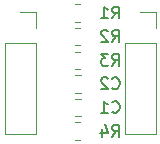
<source format=gbr>
%TF.GenerationSoftware,KiCad,Pcbnew,(5.1.10)-1*%
%TF.CreationDate,2021-11-22T19:14:46+01:00*%
%TF.ProjectId,Adapter-VCNL4200,41646170-7465-4722-9d56-434e4c343230,rev?*%
%TF.SameCoordinates,Original*%
%TF.FileFunction,Legend,Bot*%
%TF.FilePolarity,Positive*%
%FSLAX46Y46*%
G04 Gerber Fmt 4.6, Leading zero omitted, Abs format (unit mm)*
G04 Created by KiCad (PCBNEW (5.1.10)-1) date 2021-11-22 19:14:46*
%MOMM*%
%LPD*%
G01*
G04 APERTURE LIST*
%ADD10C,0.120000*%
%ADD11C,0.150000*%
G04 APERTURE END LIST*
D10*
%TO.C,R4*%
X155772936Y-136265000D02*
X156227064Y-136265000D01*
X155772936Y-137735000D02*
X156227064Y-137735000D01*
%TO.C,R3*%
X155772936Y-130265000D02*
X156227064Y-130265000D01*
X155772936Y-131735000D02*
X156227064Y-131735000D01*
%TO.C,R2*%
X155772936Y-128265000D02*
X156227064Y-128265000D01*
X155772936Y-129735000D02*
X156227064Y-129735000D01*
%TO.C,R1*%
X155772936Y-126265000D02*
X156227064Y-126265000D01*
X155772936Y-127735000D02*
X156227064Y-127735000D01*
%TO.C,J2*%
X162620000Y-126940000D02*
X161290000Y-126940000D01*
X162620000Y-128270000D02*
X162620000Y-126940000D01*
X162620000Y-129540000D02*
X159960000Y-129540000D01*
X159960000Y-129540000D02*
X159960000Y-137220000D01*
X162620000Y-129540000D02*
X162620000Y-137220000D01*
X162620000Y-137220000D02*
X159960000Y-137220000D01*
%TO.C,J1*%
X152460000Y-126940000D02*
X151130000Y-126940000D01*
X152460000Y-128270000D02*
X152460000Y-126940000D01*
X152460000Y-129540000D02*
X149800000Y-129540000D01*
X149800000Y-129540000D02*
X149800000Y-137220000D01*
X152460000Y-129540000D02*
X152460000Y-137220000D01*
X152460000Y-137220000D02*
X149800000Y-137220000D01*
%TO.C,C2*%
X155738748Y-132265000D02*
X156261252Y-132265000D01*
X155738748Y-133735000D02*
X156261252Y-133735000D01*
%TO.C,C1*%
X155738748Y-134265000D02*
X156261252Y-134265000D01*
X155738748Y-135735000D02*
X156261252Y-135735000D01*
%TO.C,R4*%
D11*
X158916666Y-137452380D02*
X159250000Y-136976190D01*
X159488095Y-137452380D02*
X159488095Y-136452380D01*
X159107142Y-136452380D01*
X159011904Y-136500000D01*
X158964285Y-136547619D01*
X158916666Y-136642857D01*
X158916666Y-136785714D01*
X158964285Y-136880952D01*
X159011904Y-136928571D01*
X159107142Y-136976190D01*
X159488095Y-136976190D01*
X158059523Y-136785714D02*
X158059523Y-137452380D01*
X158297619Y-136404761D02*
X158535714Y-137119047D01*
X157916666Y-137119047D01*
%TO.C,R3*%
X158916666Y-131452380D02*
X159250000Y-130976190D01*
X159488095Y-131452380D02*
X159488095Y-130452380D01*
X159107142Y-130452380D01*
X159011904Y-130500000D01*
X158964285Y-130547619D01*
X158916666Y-130642857D01*
X158916666Y-130785714D01*
X158964285Y-130880952D01*
X159011904Y-130928571D01*
X159107142Y-130976190D01*
X159488095Y-130976190D01*
X158583333Y-130452380D02*
X157964285Y-130452380D01*
X158297619Y-130833333D01*
X158154761Y-130833333D01*
X158059523Y-130880952D01*
X158011904Y-130928571D01*
X157964285Y-131023809D01*
X157964285Y-131261904D01*
X158011904Y-131357142D01*
X158059523Y-131404761D01*
X158154761Y-131452380D01*
X158440476Y-131452380D01*
X158535714Y-131404761D01*
X158583333Y-131357142D01*
%TO.C,R2*%
X158916666Y-129452380D02*
X159250000Y-128976190D01*
X159488095Y-129452380D02*
X159488095Y-128452380D01*
X159107142Y-128452380D01*
X159011904Y-128500000D01*
X158964285Y-128547619D01*
X158916666Y-128642857D01*
X158916666Y-128785714D01*
X158964285Y-128880952D01*
X159011904Y-128928571D01*
X159107142Y-128976190D01*
X159488095Y-128976190D01*
X158535714Y-128547619D02*
X158488095Y-128500000D01*
X158392857Y-128452380D01*
X158154761Y-128452380D01*
X158059523Y-128500000D01*
X158011904Y-128547619D01*
X157964285Y-128642857D01*
X157964285Y-128738095D01*
X158011904Y-128880952D01*
X158583333Y-129452380D01*
X157964285Y-129452380D01*
%TO.C,R1*%
X158916666Y-127452380D02*
X159250000Y-126976190D01*
X159488095Y-127452380D02*
X159488095Y-126452380D01*
X159107142Y-126452380D01*
X159011904Y-126500000D01*
X158964285Y-126547619D01*
X158916666Y-126642857D01*
X158916666Y-126785714D01*
X158964285Y-126880952D01*
X159011904Y-126928571D01*
X159107142Y-126976190D01*
X159488095Y-126976190D01*
X157964285Y-127452380D02*
X158535714Y-127452380D01*
X158250000Y-127452380D02*
X158250000Y-126452380D01*
X158345238Y-126595238D01*
X158440476Y-126690476D01*
X158535714Y-126738095D01*
%TO.C,C2*%
X158916666Y-133357142D02*
X158964285Y-133404761D01*
X159107142Y-133452380D01*
X159202380Y-133452380D01*
X159345238Y-133404761D01*
X159440476Y-133309523D01*
X159488095Y-133214285D01*
X159535714Y-133023809D01*
X159535714Y-132880952D01*
X159488095Y-132690476D01*
X159440476Y-132595238D01*
X159345238Y-132500000D01*
X159202380Y-132452380D01*
X159107142Y-132452380D01*
X158964285Y-132500000D01*
X158916666Y-132547619D01*
X158535714Y-132547619D02*
X158488095Y-132500000D01*
X158392857Y-132452380D01*
X158154761Y-132452380D01*
X158059523Y-132500000D01*
X158011904Y-132547619D01*
X157964285Y-132642857D01*
X157964285Y-132738095D01*
X158011904Y-132880952D01*
X158583333Y-133452380D01*
X157964285Y-133452380D01*
%TO.C,C1*%
X158916666Y-135357142D02*
X158964285Y-135404761D01*
X159107142Y-135452380D01*
X159202380Y-135452380D01*
X159345238Y-135404761D01*
X159440476Y-135309523D01*
X159488095Y-135214285D01*
X159535714Y-135023809D01*
X159535714Y-134880952D01*
X159488095Y-134690476D01*
X159440476Y-134595238D01*
X159345238Y-134500000D01*
X159202380Y-134452380D01*
X159107142Y-134452380D01*
X158964285Y-134500000D01*
X158916666Y-134547619D01*
X157964285Y-135452380D02*
X158535714Y-135452380D01*
X158250000Y-135452380D02*
X158250000Y-134452380D01*
X158345238Y-134595238D01*
X158440476Y-134690476D01*
X158535714Y-134738095D01*
%TD*%
M02*

</source>
